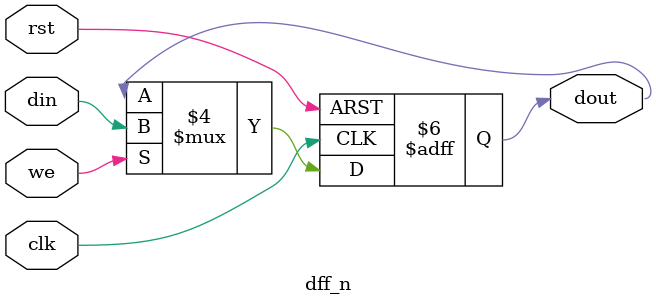
<source format=v>
module dff_n(clk, rst, we, din, dout);
    parameter n = 1;
    input wire          clk;
    input wire          rst;
    input wire          we;
    input wire [0:n-1]  din;
    output reg [0:n-1]  dout;
	 
    always @(posedge clk or negedge rst) begin
        if (~rst) begin
            dout <= 0;
        end 
        else begin
            if (we) begin
                dout <= din;
            end
            else begin
                dout <= dout;
            end 
        end
    end 
    
endmodule
</source>
